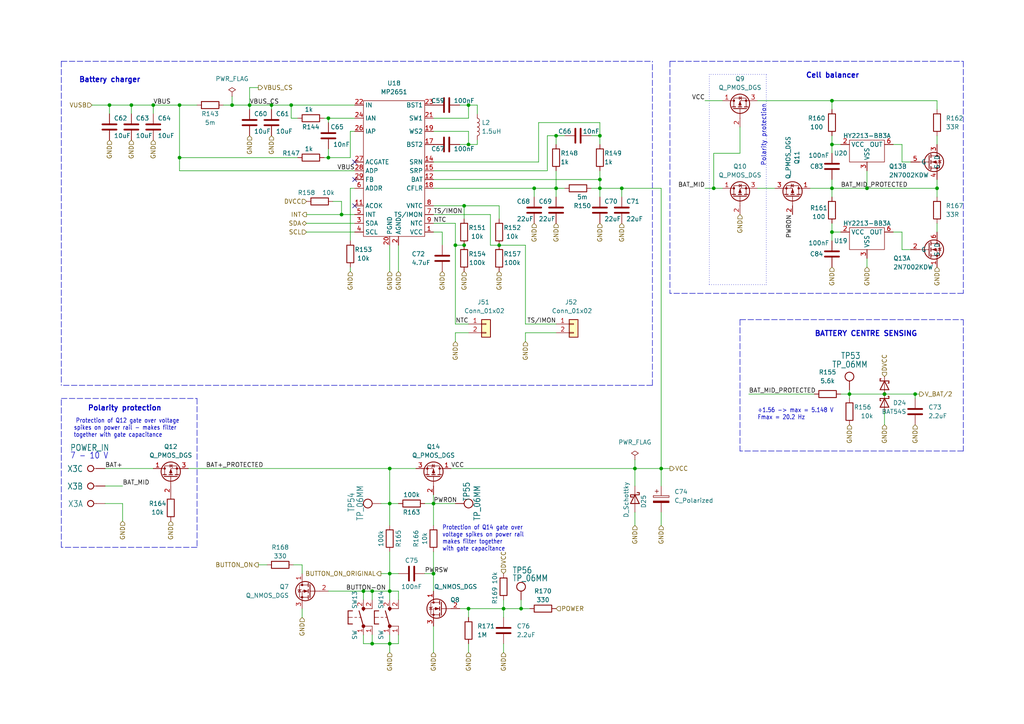
<source format=kicad_sch>
(kicad_sch (version 20211123) (generator eeschema)
  (paper "A4")
  (lib_symbols
    (symbol "Connector_Generic:Conn_01x02" (pin_names (offset 1.016) hide)
      (property "Reference" "J" (at 0 2.54 0))
      (property "Value" "Conn_01x02" (at 0 -5.08 0))
      (symbol "Conn_01x02_1_1"
        (pin passive line (at -5.08 0 0) (length 3.81) (name "Pin_1") (number "1"))
        (pin passive line (at -5.08 -2.54 0) (length 3.81) (name "Pin_2") (number "2"))
      )
    )
    (symbol "Device:C" (pin_numbers hide) (pin_names (offset 0.254))
      (property "Reference" "C" (at 0.635 2.54 0))
      (property "Value" "C" (at 0.635 -2.54 0))
      (symbol "C_1_1"
        (pin passive line (at 0 3.81 270) (length 2.794) (name "~") (number "1"))
        (pin passive line (at 0 -3.81 90) (length 2.794) (name "~") (number "2"))
      )
    )
    (symbol "Device:C_Polarized" (pin_numbers hide) (pin_names (offset 0.254))
      (property "Reference" "C" (at 0.635 2.54 0))
      (property "Value" "C_Polarized" (at 0.635 -2.54 0))
      (symbol "C_Polarized_1_1"
        (pin passive line (at 0 3.81 270) (length 2.794) (name "~") (number "1"))
        (pin passive line (at 0 -3.81 90) (length 2.794) (name "~") (number "2"))
      )
    )
    (symbol "Device:D_Schottky" (pin_numbers hide) (pin_names (offset 1.016) hide)
      (property "Reference" "D" (at 0 2.54 0))
      (property "Value" "D_Schottky" (at 0 -2.54 0))
      (symbol "D_Schottky_1_1"
        (pin passive line (at -3.81 0 0) (length 2.54) (name "K") (number "1"))
        (pin passive line (at 3.81 0 180) (length 2.54) (name "A") (number "2"))
      )
    )
    (symbol "Device:L" (pin_numbers hide) (pin_names (offset 1.016) hide)
      (property "Reference" "L" (at -1.27 0 90))
      (property "Value" "L" (at 1.905 0 90))
      (symbol "L_1_1"
        (pin passive line (at 0 3.81 270) (length 1.27) (name "1") (number "1"))
        (pin passive line (at 0 -3.81 90) (length 1.27) (name "2") (number "2"))
      )
    )
    (symbol "Device:Q_NMOS_DGS" (pin_names (offset 0) hide)
      (property "Reference" "Q" (at 5.08 1.27 0))
      (property "Value" "Q_NMOS_DGS" (at 5.08 -1.27 0))
      (symbol "Q_NMOS_DGS_1_1"
        (pin passive line (at 2.54 5.08 270) (length 2.54) (name "D") (number "1"))
        (pin input line (at -5.08 0 0) (length 2.54) (name "G") (number "2"))
        (pin passive line (at 2.54 -5.08 90) (length 2.54) (name "S") (number "3"))
      )
    )
    (symbol "Device:Q_PMOS_DGS" (pin_names (offset 0) hide)
      (property "Reference" "Q" (at 5.08 1.27 0))
      (property "Value" "Q_PMOS_DGS" (at 5.08 -1.27 0))
      (symbol "Q_PMOS_DGS_1_1"
        (pin passive line (at 2.54 5.08 270) (length 2.54) (name "D") (number "1"))
        (pin input line (at -5.08 0 0) (length 2.54) (name "G") (number "2"))
        (pin passive line (at 2.54 -5.08 90) (length 2.54) (name "S") (number "3"))
      )
    )
    (symbol "Device:R" (pin_numbers hide) (pin_names (offset 0))
      (property "Reference" "R" (at 2.032 0 90))
      (property "Value" "R" (at 0 0 90))
      (symbol "R_1_1"
        (pin passive line (at 0 3.81 270) (length 1.27) (name "~") (number "1"))
        (pin passive line (at 0 -3.81 90) (length 1.27) (name "~") (number "2"))
      )
    )
    (symbol "RBCX-eagle-import:TP_06MM"
      (property "Reference" "TP" (at -2.54 7.62 0))
      (property "Value" "TP_06MM" (at -2.54 5.334 0))
      (symbol "TP_06MM_1_0"
        (pin passive line (at 0 0 90) (length 2.54) (name "TP") (number "P$1"))
      )
    )
    (symbol "RBCX-eagle-import:W237-03P"
      (property "Reference" "X" (at -1.27 0.889 0))
      (property "Value" "W237-03P" (at 0 2.54 0))
      (symbol "W237-03P_1_0"
        (pin passive line (at 5.08 0 180) (length 2.54) (name "KL") (number "1"))
      )
      (symbol "W237-03P_2_0"
        (pin passive line (at 5.08 0 180) (length 2.54) (name "KL") (number "2"))
      )
      (symbol "W237-03P_3_0"
        (pin passive line (at 5.08 0 180) (length 2.54) (name "KL") (number "3"))
      )
    )
    (symbol "RBCX:2N7002KDW"
      (property "Reference" "Q" (at 0 6.35 0))
      (property "Value" "2N7002KDW" (at -0.254 3.81 0))
      (symbol "2N7002KDW_1_1"
        (pin passive line (at -5.08 0 0) (length 2.54) (name "S") (number "1"))
        (pin input line (at 0 -7.62 90) (length 2.54) (name "G") (number "2"))
        (pin passive line (at 5.08 0 180) (length 2.54) (name "D") (number "6"))
      )
      (symbol "2N7002KDW_2_1"
        (pin passive line (at 5.08 0 180) (length 2.54) (name "D") (number "3"))
        (pin passive line (at -5.08 0 0) (length 2.54) (name "S") (number "4"))
        (pin input line (at 0 -7.62 90) (length 2.54) (name "G") (number "5"))
      )
    )
    (symbol "RBCX:BAT54S"
      (property "Reference" "D" (at 0 5.08 0))
      (property "Value" "BAT54S" (at 0 2.54 0))
      (symbol "BAT54S_1_0"
        (pin passive line (at 5.08 0 180) (length 0) (name "A1") (number "1"))
        (pin passive line (at -5.08 0 0) (length 0) (name "A2") (number "2"))
        (pin passive line (at 0 0 90) (length 0) (name "C") (number "3"))
      )
    )
    (symbol "RBCX:HY2213-BB3A"
      (property "Reference" "U" (at 0 5.08 0))
      (property "Value" "HY2213-BB3A" (at 0 2.54 0))
      (symbol "HY2213-BB3A_1_1"
        (pin input line (at -7.62 0 0) (length 2.54) (name "VCC") (number "2"))
        (pin input line (at 0 -7.62 90) (length 2.54) (name "VSS") (number "3"))
        (pin output line (at 7.62 0 180) (length 2.54) (name "OUT") (number "6"))
      )
    )
    (symbol "RBCX:MP2651"
      (property "Reference" "U18" (at 0 6.35 0))
      (property "Value" "MP2651" (at 0 3.81 0))
      (symbol "MP2651_1_1"
        (pin power_out line (at 11.43 -36.83 180) (length 2.54) (name "VCC") (number "1"))
        (pin input line (at 11.43 -34.29 180) (length 2.54) hide (name "NTC") (number "10"))
        (pin bidirectional line (at -11.43 -29.21 0) (length 2.54) (name "ACOK") (number "11"))
        (pin input line (at 11.43 -21.59 180) (length 2.54) (name "BAT") (number "12"))
        (pin input line (at 11.43 -16.51 180) (length 2.54) (name "SRN") (number "14"))
        (pin input line (at 11.43 -19.05 180) (length 2.54) (name "SRP") (number "15"))
        (pin input line (at 11.43 -19.05 180) (length 2.54) hide (name "SRP") (number "16"))
        (pin input line (at 11.43 -11.43 180) (length 2.54) (name "BST2") (number "17"))
        (pin power_out line (at 11.43 -24.13 180) (length 2.54) (name "CFLR") (number "18"))
        (pin bidirectional line (at 11.43 -7.62 180) (length 2.54) (name "WS2") (number "19"))
        (pin power_in line (at 1.27 -40.64 90) (length 2.54) (name "AGND") (number "2"))
        (pin power_in line (at -1.27 -40.64 90) (length 2.54) (name "PGND") (number "20"))
        (pin bidirectional line (at 11.43 -3.81 180) (length 2.54) (name "SW1") (number "21"))
        (pin power_in line (at -11.43 0 0) (length 2.54) (name "IN") (number "22"))
        (pin input line (at 11.43 0 180) (length 2.54) (name "BST1") (number "23"))
        (pin input line (at -11.43 -3.81 0) (length 2.54) (name "IAN") (number "24"))
        (pin input line (at -11.43 -3.81 0) (length 2.54) hide (name "IAN") (number "25"))
        (pin input line (at -11.43 -7.62 0) (length 2.54) (name "IAP") (number "26"))
        (pin output line (at -11.43 -16.51 0) (length 2.54) (name "ACGATE") (number "27"))
        (pin input line (at -11.43 -19.05 0) (length 2.54) (name "ADP") (number "28"))
        (pin input line (at -11.43 -21.59 0) (length 2.54) (name "FB") (number "29"))
        (pin bidirectional line (at -11.43 -34.29 0) (length 2.54) (name "SDA") (number "3"))
        (pin passive line (at 11.43 -36.83 180) (length 2.54) hide (name "VCC") (number "30"))
        (pin input line (at -11.43 -36.83 0) (length 2.54) (name "SCL") (number "4"))
        (pin output line (at -11.43 -31.75 0) (length 2.54) (name "INT") (number "5"))
        (pin input line (at -11.43 -24.13 0) (length 2.54) (name "ADDR") (number "6"))
        (pin input line (at 11.43 -31.75 180) (length 2.54) (name "TS/IMON") (number "7"))
        (pin input line (at 11.43 -29.21 180) (length 2.54) (name "VNTC") (number "8"))
        (pin input line (at 11.43 -34.29 180) (length 2.54) (name "NTC") (number "9"))
      )
    )
    (symbol "RBCX:SW"
      (property "Reference" "SW" (at 0 8.89 0))
      (property "Value" "SW" (at 0 6.35 0))
      (symbol "SW_1_0"
        (pin passive line (at 0 -5.08 90) (length 2.54) (name "P") (number "1"))
        (pin passive line (at 2.54 -5.08 90) (length 2.54) (name "P1") (number "1"))
        (pin passive line (at 0 5.08 270) (length 2.54) (name "S") (number "2"))
        (pin passive line (at 2.54 5.08 270) (length 2.54) (name "S1") (number "2"))
      )
    )
    (symbol "power:PWR_FLAG" (power) (pin_numbers hide) (pin_names (offset 0) hide)
      (property "Value" "PWR_FLAG" (at 0 3.81 0))
      (symbol "PWR_FLAG_0_0"
        (pin power_out line (at 0 0 90) (length 0) (name "pwr") (number "1"))
      )
    )
  )
  (junction (at 173.99 39.37))
  (junction (at 161.29 39.37))
  (junction (at 52.07 45.72))
  (junction (at 173.99 52.07))
  (junction (at 107.95 186.69))
  (junction (at 180.34 54.61))
  (junction (at 241.3 41.91))
  (junction (at 107.95 171.45))
  (junction (at 125.73 146.05))
  (junction (at 113.03 186.69))
  (junction (at 173.99 54.61))
  (junction (at 72.39 30.48))
  (junction (at 144.78 71.12))
  (junction (at 113.03 171.45))
  (junction (at 84.455 30.48))
  (junction (at 95.25 34.29))
  (junction (at 135.89 176.53))
  (junction (at 99.06 62.23))
  (junction (at 38.1 30.48))
  (junction (at 207.01 54.61))
  (junction (at 135.89 41.91))
  (junction (at 31.75 30.48))
  (junction (at 125.73 166.37))
  (junction (at 265.43 114.3))
  (junction (at 113.03 135.89))
  (junction (at 256.54 114.3))
  (junction (at 146.05 176.53))
  (junction (at 135.89 30.48))
  (junction (at 134.62 59.69))
  (junction (at 67.31 30.48))
  (junction (at 95.25 45.72))
  (junction (at 246.38 114.3))
  (junction (at 134.62 71.12))
  (junction (at 271.78 54.61))
  (junction (at 78.74 30.48))
  (junction (at 151.13 176.53))
  (junction (at 113.03 166.37))
  (junction (at 105.41 171.45))
  (junction (at 132.08 71.12))
  (junction (at 241.3 54.61))
  (junction (at 161.29 54.61))
  (junction (at 241.3 29.21))
  (junction (at 113.03 146.05))
  (junction (at 52.07 30.48))
  (junction (at 241.3 67.31))
  (junction (at 44.45 30.48))
  (junction (at 184.15 135.89))
  (junction (at 251.46 54.61))
  (junction (at 191.77 135.89))
  (junction (at 154.94 54.61))
  (no_connect (at 102.87 52.07))
  (no_connect (at 102.87 46.99))
  (no_connect (at 102.87 59.69))
  (wire (pts (xy 113.03 171.45) (xy 113.03 173.99)))
  (wire (pts (xy 158.75 39.37) (xy 158.75 49.53)))
  (wire (pts (xy 52.07 45.72) (xy 52.07 49.53)))
  (wire (pts (xy 123.19 166.37) (xy 125.73 166.37)))
  (wire (pts (xy 184.15 148.59) (xy 184.15 152.4)))
  (wire (pts (xy 241.3 29.21) (xy 241.3 31.75)))
  (wire (pts (xy 261.62 46.99) (xy 261.62 41.91)))
  (wire (pts (xy 146.05 173.99) (xy 146.05 176.53)))
  (wire (pts (xy 78.74 30.48) (xy 84.455 30.48)))
  (wire (pts (xy 95.25 35.56) (xy 95.25 34.29)))
  (wire (pts (xy 173.99 54.61) (xy 180.34 54.61)))
  (wire (pts (xy 88.9 62.23) (xy 99.06 62.23)))
  (wire (pts (xy 107.95 186.69) (xy 113.03 186.69)))
  (wire (pts (xy 87.63 179.07) (xy 87.63 176.53)))
  (wire (pts (xy 241.3 52.07) (xy 241.3 54.61)))
  (wire (pts (xy 101.6 45.72) (xy 101.6 38.1)))
  (wire (pts (xy 173.99 41.91) (xy 173.99 39.37)))
  (wire (pts (xy 135.89 41.91) (xy 138.43 41.91)))
  (wire (pts (xy 171.45 54.61) (xy 173.99 54.61)))
  (wire (pts (xy 152.4 71.12) (xy 144.78 71.12)))
  (wire (pts (xy 184.15 135.89) (xy 191.77 135.89)))
  (wire (pts (xy 38.1 30.48) (xy 44.45 30.48)))
  (wire (pts (xy 146.05 186.69) (xy 146.05 189.23)))
  (wire (pts (xy 241.3 29.21) (xy 271.78 29.21)))
  (wire (pts (xy 153.67 176.53) (xy 151.13 176.53)))
  (wire (pts (xy 191.77 135.89) (xy 194.31 135.89)))
  (wire (pts (xy 219.71 29.21) (xy 241.3 29.21)))
  (wire (pts (xy 107.95 171.45) (xy 113.03 171.45)))
  (wire (pts (xy 217.17 114.3) (xy 236.22 114.3)))
  (wire (pts (xy 154.94 54.61) (xy 154.94 57.15)))
  (wire (pts (xy 173.99 39.37) (xy 173.99 35.56)))
  (wire (pts (xy 152.4 99.06) (xy 152.4 96.52)))
  (wire (pts (xy 93.98 45.72) (xy 95.25 45.72)))
  (wire (pts (xy 31.75 30.48) (xy 38.1 30.48)))
  (wire (pts (xy 184.15 133.35) (xy 184.15 135.89)))
  (wire (pts (xy 67.31 30.48) (xy 72.39 30.48)))
  (polyline (pts (xy 222.25 21.59) (xy 205.74 21.59)) (stroke (width 0) (type dot)))
  (wire (pts (xy 241.3 67.31) (xy 241.3 69.85)))
  (wire (pts (xy 152.4 96.52) (xy 161.29 96.52)))
  (wire (pts (xy 30.48 135.89) (xy 44.45 135.89)))
  (wire (pts (xy 135.89 30.48) (xy 133.35 30.48)))
  (wire (pts (xy 99.06 62.23) (xy 99.06 58.42)))
  (wire (pts (xy 246.38 114.3) (xy 243.84 114.3)))
  (wire (pts (xy 101.6 77.47) (xy 101.6 78.74)))
  (wire (pts (xy 125.73 34.29) (xy 135.89 34.29)))
  (wire (pts (xy 26.67 30.48) (xy 31.75 30.48)))
  (polyline (pts (xy 279.4 130.81) (xy 214.63 130.81)))
  (wire (pts (xy 93.98 34.29) (xy 95.25 34.29)))
  (wire (pts (xy 135.89 93.98) (xy 132.08 93.98)))
  (wire (pts (xy 31.75 30.48) (xy 31.75 33.02)))
  (wire (pts (xy 173.99 39.37) (xy 171.45 39.37)))
  (wire (pts (xy 113.03 189.23) (xy 113.03 186.69)))
  (wire (pts (xy 74.93 163.83) (xy 77.47 163.83)))
  (wire (pts (xy 161.29 39.37) (xy 161.29 41.91)))
  (wire (pts (xy 152.4 93.98) (xy 152.4 71.12)))
  (wire (pts (xy 184.15 140.97) (xy 184.15 135.89)))
  (wire (pts (xy 88.9 64.77) (xy 102.87 64.77)))
  (wire (pts (xy 251.46 77.47) (xy 251.46 74.93)))
  (wire (pts (xy 101.6 38.1) (xy 102.87 38.1)))
  (polyline (pts (xy 279.4 92.71) (xy 279.4 130.81)))
  (wire (pts (xy 115.57 78.74) (xy 115.57 71.12)))
  (wire (pts (xy 173.99 35.56) (xy 156.21 35.56)))
  (wire (pts (xy 241.3 41.91) (xy 243.84 41.91)))
  (wire (pts (xy 224.79 54.61) (xy 219.71 54.61)))
  (wire (pts (xy 113.03 184.15) (xy 113.03 186.69)))
  (wire (pts (xy 243.84 67.31) (xy 241.3 67.31)))
  (wire (pts (xy 251.46 54.61) (xy 251.46 49.53)))
  (polyline (pts (xy 205.74 21.59) (xy 205.74 82.55)) (stroke (width 0) (type dot)))
  (wire (pts (xy 133.35 176.53) (xy 135.89 176.53)))
  (wire (pts (xy 101.6 54.61) (xy 102.87 54.61)))
  (wire (pts (xy 173.99 52.07) (xy 173.99 54.61)))
  (wire (pts (xy 113.03 160.02) (xy 113.03 166.37)))
  (wire (pts (xy 78.74 30.48) (xy 78.74 31.75)))
  (polyline (pts (xy 214.63 92.71) (xy 279.4 92.71)))
  (wire (pts (xy 72.39 30.48) (xy 78.74 30.48)))
  (wire (pts (xy 173.99 54.61) (xy 173.99 57.15)))
  (wire (pts (xy 128.27 67.31) (xy 125.73 67.31)))
  (wire (pts (xy 154.94 54.61) (xy 161.29 54.61)))
  (wire (pts (xy 125.73 166.37) (xy 125.73 171.45)))
  (wire (pts (xy 105.41 171.45) (xy 105.41 173.99)))
  (polyline (pts (xy 17.78 17.78) (xy 189.23 17.78)))
  (wire (pts (xy 261.62 46.99) (xy 264.16 46.99)))
  (wire (pts (xy 115.57 184.15) (xy 115.57 186.69)))
  (wire (pts (xy 161.29 49.53) (xy 161.29 54.61)))
  (wire (pts (xy 161.29 93.98) (xy 152.4 93.98)))
  (wire (pts (xy 156.21 46.99) (xy 156.21 35.56)))
  (wire (pts (xy 87.63 166.37) (xy 87.63 163.83)))
  (wire (pts (xy 35.56 146.05) (xy 35.56 151.13)))
  (wire (pts (xy 144.78 59.69) (xy 144.78 63.5)))
  (wire (pts (xy 191.77 54.61) (xy 191.77 135.89)))
  (wire (pts (xy 214.63 44.45) (xy 207.01 44.45)))
  (wire (pts (xy 191.77 140.97) (xy 191.77 135.89)))
  (wire (pts (xy 134.62 71.12) (xy 132.08 71.12)))
  (wire (pts (xy 256.54 114.3) (xy 265.43 114.3)))
  (polyline (pts (xy 279.4 17.78) (xy 279.4 85.09)))
  (polyline (pts (xy 222.25 82.55) (xy 222.25 21.59)) (stroke (width 0) (type dot)))
  (wire (pts (xy 125.73 64.77) (xy 132.08 64.77)))
  (wire (pts (xy 125.73 62.23) (xy 142.24 62.23)))
  (wire (pts (xy 44.45 30.48) (xy 52.07 30.48)))
  (wire (pts (xy 204.47 29.21) (xy 209.55 29.21)))
  (wire (pts (xy 265.43 114.3) (xy 265.43 115.57)))
  (wire (pts (xy 161.29 39.37) (xy 158.75 39.37)))
  (wire (pts (xy 163.83 39.37) (xy 161.29 39.37)))
  (polyline (pts (xy 17.78 17.78) (xy 17.78 111.76)))
  (wire (pts (xy 72.39 25.4) (xy 74.93 25.4)))
  (wire (pts (xy 115.57 186.69) (xy 113.03 186.69)))
  (wire (pts (xy 180.34 54.61) (xy 180.34 57.15)))
  (wire (pts (xy 113.03 135.89) (xy 120.65 135.89)))
  (wire (pts (xy 52.07 30.48) (xy 52.07 45.72)))
  (wire (pts (xy 241.3 41.91) (xy 241.3 44.45)))
  (wire (pts (xy 144.78 71.12) (xy 142.24 71.12)))
  (wire (pts (xy 207.01 54.61) (xy 209.55 54.61)))
  (wire (pts (xy 271.78 54.61) (xy 271.78 57.15)))
  (wire (pts (xy 54.61 135.89) (xy 113.03 135.89)))
  (wire (pts (xy 84.455 30.48) (xy 102.87 30.48)))
  (polyline (pts (xy 279.4 85.09) (xy 194.31 85.09)))
  (wire (pts (xy 271.78 64.77) (xy 271.78 67.31)))
  (wire (pts (xy 259.08 67.31) (xy 261.62 67.31)))
  (wire (pts (xy 107.95 171.45) (xy 107.95 173.99)))
  (wire (pts (xy 256.54 119.38) (xy 256.54 123.19)))
  (wire (pts (xy 146.05 176.53) (xy 146.05 179.07)))
  (wire (pts (xy 135.89 176.53) (xy 146.05 176.53)))
  (wire (pts (xy 125.73 59.69) (xy 134.62 59.69)))
  (wire (pts (xy 135.89 179.07) (xy 135.89 176.53)))
  (wire (pts (xy 38.1 30.48) (xy 38.1 33.02)))
  (wire (pts (xy 271.78 54.61) (xy 251.46 54.61)))
  (wire (pts (xy 234.95 54.61) (xy 241.3 54.61)))
  (wire (pts (xy 86.36 34.29) (xy 84.455 34.29)))
  (wire (pts (xy 125.73 189.23) (xy 125.73 181.61)))
  (wire (pts (xy 271.78 29.21) (xy 271.78 31.75)))
  (wire (pts (xy 125.73 160.02) (xy 125.73 166.37)))
  (wire (pts (xy 102.87 34.29) (xy 95.25 34.29)))
  (wire (pts (xy 246.38 114.3) (xy 246.38 115.57)))
  (wire (pts (xy 241.3 54.61) (xy 251.46 54.61)))
  (wire (pts (xy 64.77 30.48) (xy 67.31 30.48)))
  (wire (pts (xy 95.25 45.72) (xy 101.6 45.72)))
  (wire (pts (xy 241.3 39.37) (xy 241.3 41.91)))
  (wire (pts (xy 123.19 146.05) (xy 125.73 146.05)))
  (wire (pts (xy 132.08 146.05) (xy 125.73 146.05)))
  (wire (pts (xy 88.9 67.31) (xy 102.87 67.31)))
  (wire (pts (xy 125.73 46.99) (xy 156.21 46.99)))
  (wire (pts (xy 138.43 33.02) (xy 138.43 30.48)))
  (wire (pts (xy 113.03 146.05) (xy 113.03 152.4)))
  (wire (pts (xy 44.45 30.48) (xy 44.45 33.02)))
  (wire (pts (xy 132.08 99.06) (xy 132.08 96.52)))
  (wire (pts (xy 191.77 148.59) (xy 191.77 152.4)))
  (wire (pts (xy 67.31 27.94) (xy 67.31 30.48)))
  (wire (pts (xy 241.3 57.15) (xy 241.3 54.61)))
  (wire (pts (xy 105.41 184.15) (xy 105.41 186.69)))
  (wire (pts (xy 30.48 146.05) (xy 35.56 146.05)))
  (wire (pts (xy 132.08 71.12) (xy 132.08 64.77)))
  (wire (pts (xy 72.39 30.48) (xy 72.39 25.4)))
  (wire (pts (xy 52.07 45.72) (xy 86.36 45.72)))
  (wire (pts (xy 161.29 54.61) (xy 161.29 57.15)))
  (wire (pts (xy 132.08 96.52) (xy 135.89 96.52)))
  (wire (pts (xy 246.38 113.03) (xy 246.38 114.3)))
  (wire (pts (xy 107.95 184.15) (xy 107.95 186.69)))
  (wire (pts (xy 113.03 166.37) (xy 113.03 171.45)))
  (wire (pts (xy 173.99 49.53) (xy 173.99 52.07)))
  (wire (pts (xy 135.89 41.91) (xy 135.89 38.1)))
  (polyline (pts (xy 194.31 17.78) (xy 279.4 17.78)))
  (polyline (pts (xy 205.74 82.55) (xy 222.25 82.55)) (stroke (width 0) (type dot)))
  (wire (pts (xy 87.63 163.83) (xy 85.09 163.83)))
  (polyline (pts (xy 214.63 92.71) (xy 214.63 130.81)))
  (polyline (pts (xy 17.78 158.75) (xy 17.78 115.57)))
  (wire (pts (xy 261.62 67.31) (xy 261.62 72.39)))
  (wire (pts (xy 52.07 49.53) (xy 102.87 49.53)))
  (wire (pts (xy 135.89 34.29) (xy 135.89 30.48)))
  (wire (pts (xy 207.01 44.45) (xy 207.01 54.61)))
  (wire (pts (xy 113.03 146.05) (xy 113.03 135.89)))
  (wire (pts (xy 95.25 45.72) (xy 95.25 43.18)))
  (polyline (pts (xy 189.23 111.76) (xy 17.78 111.76)))
  (wire (pts (xy 115.57 166.37) (xy 113.03 166.37)))
  (wire (pts (xy 161.29 54.61) (xy 163.83 54.61)))
  (wire (pts (xy 99.06 58.42) (xy 96.52 58.42)))
  (wire (pts (xy 95.25 171.45) (xy 105.41 171.45)))
  (wire (pts (xy 135.89 186.69) (xy 135.89 189.23)))
  (polyline (pts (xy 57.15 115.57) (xy 57.15 158.75)))
  (wire (pts (xy 265.43 114.3) (xy 266.7 114.3)))
  (wire (pts (xy 52.07 30.48) (xy 57.15 30.48)))
  (wire (pts (xy 146.05 176.53) (xy 151.13 176.53)))
  (wire (pts (xy 142.24 71.12) (xy 142.24 62.23)))
  (polyline (pts (xy 194.31 17.78) (xy 194.31 85.09)))
  (wire (pts (xy 151.13 173.99) (xy 151.13 176.53)))
  (wire (pts (xy 125.73 143.51) (xy 125.73 146.05)))
  (wire (pts (xy 105.41 186.69) (xy 107.95 186.69)))
  (wire (pts (xy 130.81 135.89) (xy 184.15 135.89)))
  (wire (pts (xy 241.3 67.31) (xy 241.3 64.77)))
  (polyline (pts (xy 17.78 115.57) (xy 57.15 115.57)))
  (wire (pts (xy 99.06 62.23) (xy 102.87 62.23)))
  (wire (pts (xy 138.43 41.91) (xy 138.43 40.64)))
  (wire (pts (xy 128.27 71.12) (xy 128.27 67.31)))
  (wire (pts (xy 115.57 171.45) (xy 113.03 171.45)))
  (wire (pts (xy 125.73 49.53) (xy 158.75 49.53)))
  (wire (pts (xy 214.63 36.83) (xy 214.63 44.45)))
  (wire (pts (xy 101.6 54.61) (xy 101.6 69.85)))
  (wire (pts (xy 261.62 41.91) (xy 259.08 41.91)))
  (wire (pts (xy 115.57 173.99) (xy 115.57 171.45)))
  (wire (pts (xy 113.03 78.74) (xy 113.03 71.12)))
  (wire (pts (xy 135.89 38.1) (xy 125.73 38.1)))
  (wire (pts (xy 84.455 34.29) (xy 84.455 30.48)))
  (wire (pts (xy 113.03 146.05) (xy 115.57 146.05)))
  (wire (pts (xy 134.62 59.69) (xy 144.78 59.69)))
  (wire (pts (xy 180.34 54.61) (xy 191.77 54.61)))
  (wire (pts (xy 271.78 52.07) (xy 271.78 54.61)))
  (wire (pts (xy 271.78 39.37) (xy 271.78 41.91)))
  (wire (pts (xy 204.47 54.61) (xy 207.01 54.61)))
  (polyline (pts (xy 57.15 158.75) (xy 17.78 158.75)))
  (wire (pts (xy 134.62 59.69) (xy 134.62 63.5)))
  (wire (pts (xy 132.08 93.98) (xy 132.08 71.12)))
  (wire (pts (xy 133.35 41.91) (xy 135.89 41.91)))
  (wire (pts (xy 30.48 140.97) (xy 35.56 140.97)))
  (wire (pts (xy 110.49 146.05) (xy 113.03 146.05)))
  (wire (pts (xy 125.73 146.05) (xy 125.73 152.4)))
  (wire (pts (xy 72.39 30.48) (xy 72.39 31.75)))
  (wire (pts (xy 125.73 54.61) (xy 154.94 54.61)))
  (wire (pts (xy 261.62 72.39) (xy 264.16 72.39)))
  (wire (pts (xy 110.49 166.37) (xy 113.03 166.37)))
  (wire (pts (xy 107.95 171.45) (xy 105.41 171.45)))
  (polyline (pts (xy 189.23 111.76) (xy 189.23 17.78)))
  (wire (pts (xy 256.54 114.3) (xy 246.38 114.3)))
  (wire (pts (xy 125.73 52.07) (xy 173.99 52.07)))
  (wire (pts (xy 138.43 30.48) (xy 135.89 30.48)))
  (text "Polarity protection" (at 25.4 119.38 0) (effects (font (size 1.5 1.5) (thickness 0.3) bold) (justify left bottom)))
  (text "Protection of Q12 gate over voltage\nspikes on power rail - makes filter \ntogether with gate capacitance      " (at 52.07 127 180) (effects (font (size 1.27 1.0795)) (justify right bottom)))
  (text "÷1.56 -> max = 5.148 V\nFmax = 20.2 Hz" (at 219.71 121.92 180) (effects (font (size 1.27 1.0795)) (justify left bottom)))
  (text "Protection of Q14 gate over \nvoltage spikes on power rail\nmakes filter together \nwith gate capacitance" (at 128.27 160.02 180) (effects (font (size 1.27 1.0795)) (justify left bottom)))
  (text "Cell balancer" (at 233.68 22.86 0) (effects (font (size 1.5 1.5) (thickness 0.3) bold) (justify left bottom)))
  (text "BATTERY CENTRE SENSING" (at 236.22 97.79 0) (effects (font (size 1.5 1.5) (thickness 0.3) bold) (justify left bottom)))
  (text "Battery charger" (at 22.86 24.13 0) (effects (font (size 1.5 1.5) (thickness 0.3) bold) (justify left bottom)))
  (text "7 - 10 V" (at 20.32 133.35 180) (effects (font (size 1.778 1.5113)) (justify left bottom)))
  (text "Polarity protection" (at 222.25 48.26 90) (effects (font (size 1.27 1.27)) (justify left bottom)))
  (label "NTC" (at 125.73 64.77 0))
  (label "BAT_MID_PROTECTED" (at 243.84 54.61 0))
  (label "VCC" (at 130.81 135.89 0))
  (label "BAT_MID_PROTECTED" (at 217.17 114.3 0))
  (label "PWRSW" (at 123.19 166.37 0))
  (label "BAT+" (at 30.48 135.89 0))
  (label "VBUS" (at 44.45 30.48 0))
  (label "PWRON" (at 229.87 62.23 270))
  (label "VBUS" (at 97.79 49.53 0))
  (label "BAT_MID" (at 35.56 140.97 0))
  (label "VCC" (at 204.47 29.21 180))
  (label "TS{slash}IMON" (at 125.73 62.23 0))
  (label "BUTTON-ON" (at 100.33 171.45 0))
  (label "BAT_MID" (at 204.47 54.61 180))
  (label "TS{slash}IMON" (at 161.29 93.98 180))
  (label "VBUS_CS" (at 72.39 30.48 0))
  (label "BAT+_PROTECTED" (at 59.69 135.89 0))
  (label "NTC" (at 135.89 93.98 180))
  (label "PWRON" (at 125.73 146.05 0))
  (hierarchical_label "GND" (shape input) (at 115.57 78.74 270))
  (hierarchical_label "INT" (shape output) (at 88.9 62.23 180))
  (hierarchical_label "DVCC" (shape input) (at 88.9 58.42 180))
  (hierarchical_label "GND" (shape input) (at 180.34 64.77 270))
  (hierarchical_label "GND" (shape input) (at 113.03 189.23 270))
  (hierarchical_label "GND" (shape input) (at 78.74 39.37 270))
  (hierarchical_label "GND" (shape input) (at 154.94 64.77 270))
  (hierarchical_label "GND" (shape input) (at 191.77 152.4 270))
  (hierarchical_label "GND" (shape input) (at 113.03 78.74 270))
  (hierarchical_label "GND" (shape input) (at 101.6 78.74 270))
  (hierarchical_label "SDA" (shape bidirectional) (at 88.9 64.77 180))
  (hierarchical_label "GND" (shape input) (at 125.73 189.23 270))
  (hierarchical_label "GND" (shape input) (at 38.1 40.64 270))
  (hierarchical_label "SCL" (shape input) (at 88.9 67.31 180))
  (hierarchical_label "GND" (shape input) (at 144.78 78.74 270))
  (hierarchical_label "GND" (shape input) (at 128.27 78.74 270))
  (hierarchical_label "GND" (shape input) (at 251.46 77.47 270))
  (hierarchical_label "GND" (shape input) (at 31.75 40.64 270))
  (hierarchical_label "POWER" (shape input) (at 161.29 176.53 0))
  (hierarchical_label "VBUS_CS" (shape output) (at 74.93 25.4 0))
  (hierarchical_label "GND" (shape input) (at 72.39 39.37 270))
  (hierarchical_label "BUTTON_ON_ORIGINAL" (shape output) (at 110.49 166.37 180))
  (hierarchical_label "GND" (shape input) (at 271.78 77.47 270))
  (hierarchical_label "GND" (shape input) (at 241.3 77.47 270))
  (hierarchical_label "GND" (shape input) (at 146.05 189.23 270))
  (hierarchical_label "VCC" (shape output) (at 194.31 135.89 0))
  (hierarchical_label "GND" (shape input) (at 44.45 40.64 270))
  (hierarchical_label "GND" (shape input) (at 173.99 64.77 270))
  (hierarchical_label "GND" (shape input) (at 132.08 99.06 270))
  (hierarchical_label "V_BAT{slash}2" (shape output) (at 266.7 114.3 0))
  (hierarchical_label "GND" (shape input) (at 214.63 62.23 270))
  (hierarchical_label "GND" (shape input) (at 265.43 123.19 270))
  (hierarchical_label "VUSB" (shape input) (at 26.67 30.48 180))
  (hierarchical_label "GND" (shape input) (at 134.62 78.74 270))
  (hierarchical_label "GND" (shape input) (at 87.63 179.07 270))
  (hierarchical_label "DVCC" (shape input) (at 256.54 109.22 90))
  (hierarchical_label "BUTTON_ON" (shape output) (at 74.93 163.83 180))
  (hierarchical_label "DVCC" (shape input) (at 146.05 166.37 90))
  (hierarchical_label "GND" (shape input) (at 246.38 123.19 270))
  (hierarchical_label "GND" (shape input) (at 135.89 189.23 270))
  (hierarchical_label "GND" (shape input) (at 256.54 123.19 270))
  (hierarchical_label "GND" (shape input) (at 35.56 151.13 270))
  (hierarchical_label "GND" (shape input) (at 161.29 64.77 270))
  (hierarchical_label "GND" (shape input) (at 184.15 152.4 270))
  (hierarchical_label "GND" (shape input) (at 152.4 99.06 270))
  (hierarchical_label "GND" (shape input) (at 49.53 151.13 270))
  (symbol (lib_id "Device:R") (at 240.03 114.3 90) (unit 1)
    (property "Reference" "R155" (at 240.03 107.95 90))
    (property "Value" "5.6k" (at 240.03 110.49 90))
    (property "Footprint" "Resistor_SMD:R_0402_1005Metric" (effects hide))
    (property "LCSC" "C25908" (effects hide))
    (property "Basic/Extended" "B" (effects hide))
  )
  (symbol (lib_id "RBCX-eagle-import:W237-03P") (at 25.4 146.05 0) (unit 1)
    (property "Reference" "X3" (at 24.13 145.161 0) (effects (font (size 1.778 1.5113)) (justify right top)))
    (property "Value" "POWER_IN" (effects hide))
    (property "Footprint" "RBCX:W237-133" (effects hide))
    (property "JLCPCB_IGNORE" "1" (effects hide))
  )
  (symbol (lib_id "Device:C") (at 146.05 182.88 0) (unit 1)
    (property "Reference" "C76" (at 149.86 181.6099 0) (effects (justify left)))
    (property "Value" "2.2uF" (at 149.86 184.1499 0) (effects (justify left)))
    (property "Footprint" "Capacitor_SMD:C_0402_1005Metric" (effects hide))
    (property "LCSC" "C12530" (effects hide))
    (property "Basic/Extended" "B" (effects hide))
  )
  (symbol (lib_id "Device:R") (at 81.28 163.83 90) (unit 1)
    (property "Reference" "R168" (at 81.28 158.75 90))
    (property "Value" "330" (at 81.28 161.29 90))
    (property "Footprint" "Capacitor_SMD:C_0201_0603Metric" (effects hide))
    (property "LCSC" "C473445" (effects hide))
    (property "Basic/Extended" "E" (effects hide))
  )
  (symbol (lib_id "Device:C") (at 161.29 60.96 0) (unit 1)
    (property "Reference" "C69" (at 156.21 58.42 0) (effects (justify left)))
    (property "Value" "22uF" (at 156.21 63.5 0) (effects (justify left)))
    (property "Footprint" "Capacitor_SMD:C_0805_2012Metric" (effects hide))
    (property "LCSC" "C45783" (effects hide))
    (property "Basic/Extended" "B" (effects hide))
  )
  (symbol (lib_id "Connector_Generic:Conn_01x02") (at 140.97 93.98 0) (unit 1)
    (property "Reference" "J51" (at 138.43 87.63 0) (effects (justify left)))
    (property "Value" "Conn_01x02" (at 134.62 90.17 0) (effects (justify left)))
    (property "Footprint" "RBCX:PinHeader_1x02_P2.54mm_Vertical" (effects hide))
  )
  (symbol (lib_id "RBCX-eagle-import:TP_06MM") (at 246.38 113.03 0) (unit 1)
    (property "Reference" "TP53" (at 243.84 104.14 0) (effects (font (size 1.778 1.5113)) (justify left bottom)))
    (property "Value" "TP_06MM" (at 241.3 106.68 0) (effects (font (size 1.778 1.5113)) (justify left bottom)))
    (property "Footprint" "RBCX:TP_06MM" (effects hide))
    (property "JLCPCB_IGNORE" "1" (effects hide))
  )
  (symbol (lib_id "Device:C") (at 119.38 166.37 90) (unit 1)
    (property "Reference" "C75" (at 119.38 162.56 90))
    (property "Value" "100nF" (at 119.38 170.18 90))
    (property "Footprint" "Capacitor_SMD:C_0402_1005Metric" (effects hide))
    (property "LCSC" "C131394" (effects hide))
    (property "Basic/Extended" "E" (effects hide))
  )
  (symbol (lib_id "Device:C") (at 167.64 39.37 90) (unit 1)
    (property "Reference" "C66" (at 163.83 38.1 90))
    (property "Value" "10nF" (at 171.45 38.1 90))
    (property "Footprint" "Capacitor_SMD:C_0201_0603Metric" (effects hide))
    (property "LCSC" "C85930" (effects hide))
    (property "Basic/Extended" "E" (effects hide))
  )
  (symbol (lib_id "RBCX:MP2651") (at 114.3 30.48 0) (unit 1)
    (property "Reference" "U18" (at 114.3 24.13 0))
    (property "Value" "MP2651" (at 114.3 26.67 0))
    (property "Footprint" "RBCX:MP2651" (effects hide))
    (property "Datasheet" "https://www.monolithicpower.com/en/documentview/productdocument/index/version/2/document_type/Datasheet/lang/en/sku/MP2651GVT/document_id/9948/" (effects hide))
    (property "JLCPCB" "1589-MP2651GVT-0000-ZCT-ND" (effects hide))
  )
  (symbol (lib_id "Device:C") (at 265.43 119.38 0) (unit 1)
    (property "Reference" "C73" (at 269.24 118.1099 0) (effects (justify left)))
    (property "Value" "2.2uF" (at 269.24 120.6499 0) (effects (justify left)))
    (property "Footprint" "Capacitor_SMD:C_0402_1005Metric" (effects hide))
    (property "LCSC" "C12530" (effects hide))
    (property "Basic/Extended" "B" (effects hide))
  )
  (symbol (lib_id "Device:D_Schottky") (at 184.15 144.78 270) (unit 1)
    (property "Reference" "D25" (at 186.69 143.51 0) (effects (justify left)))
    (property "Value" "D_Schottky" (at 181.61 139.7 0) (effects (justify left)))
    (property "Footprint" "Diode_SMD:D_SOD-123F" (effects hide))
    (property "Datasheet" "https://datasheet.lcsc.com/lcsc/1810211104_Shandong-Jingdao-Microelectronics-DS24W_C108810.pdf" (effects hide))
    (property "LCSC" "C108810" (effects hide))
    (property "Basic/Extended" "E" (effects hide))
  )
  (symbol (lib_id "RBCX:2N7002KDW") (at 271.78 46.99 270) (mirror x) (unit 2)
    (property "Reference" "Q13" (at 257.81 48.26 90) (effects (justify left)))
    (property "Value" "2N7002KDW" (at 257.81 50.8 90) (effects (justify left)))
    (property "Footprint" "Package_TO_SOT_SMD:SOT-363_SC-70-6" (effects hide))
    (property "Datasheet" "https://datasheet.lcsc.com/lcsc/2111291830_CBI-2N7002KDW-72K_C2919800.pdf" (effects hide))
    (property "LCSC" "C2919800" (effects hide))
    (property "Basic/Extended" "E" (effects hide))
    (property "JLCPCB_CORRECTION" "0;0;-90" (effects hide))
  )
  (symbol (lib_id "RBCX:SW") (at 105.41 179.07 0) (unit 1)
    (property "Reference" "SW13" (at 102.87 173.99 90))
    (property "Value" "SW" (at 102.87 184.15 90))
    (property "Footprint" "RBCX:SW" (effects hide))
    (property "Datasheet" "https://datasheet.lcsc.com/lcsc/2002271431_XKB-Connectivity-TS-1187A-B-A-B_C318884.pdf" (effects hide))
    (property "LCSC" "C318884" (effects hide))
    (property "Basic/Extended" "B" (effects hide))
  )
  (symbol (lib_id "Device:R") (at 271.78 60.96 0) (unit 1)
    (property "Reference" "R167" (at 274.32 59.6899 0) (effects (justify left)))
    (property "Value" "33R" (at 274.32 62.2299 0) (effects (justify left)))
    (property "Footprint" "Capacitor_SMD:C_0805_2012Metric" (effects hide))
    (property "LCSC" "C560522" (effects hide))
    (property "Basic/Extended" "E" (effects hide))
  )
  (symbol (lib_id "Device:Q_PMOS_DGS") (at 214.63 31.75 90) (unit 1)
    (property "Reference" "Q9" (at 214.63 22.86 90))
    (property "Value" "Q_PMOS_DGS" (at 214.63 25.4 90))
    (property "Footprint" "Package_TO_SOT_SMD:SOT-723" (effects hide))
    (property "Datasheet" "https://datasheet.lcsc.com/lcsc/2111021630_TECH-PUBLIC-PRZM002P02T2L_C2912537.pdf" (effects hide))
    (property "LCSC" "C2912537" (effects hide))
    (property "Basic/Extended" "E" (effects hide))
    (property "JLCPCB_CORRECTION" "0;0;180" (effects hide))
  )
  (symbol (lib_id "Device:C") (at 241.3 48.26 180) (unit 1)
    (property "Reference" "C83" (at 236.855 48.26 0))
    (property "Value" "100nF" (at 237.49 45.085 0))
    (property "Footprint" "Capacitor_SMD:C_0402_1005Metric" (effects hide))
    (property "LCSC" "C131394" (effects hide))
    (property "Basic/Extended" "E" (effects hide))
  )
  (symbol (lib_id "Device:R") (at 241.3 35.56 180) (unit 1)
    (property "Reference" "R160" (at 236.855 34.29 0))
    (property "Value" "100" (at 236.855 36.83 0))
    (property "Footprint" "Capacitor_SMD:C_0402_1005Metric" (effects hide))
    (property "LCSC" "C25076" (effects hide))
    (property "Basic/Extended" "B" (effects hide))
  )
  (symbol (lib_id "Device:C") (at 38.1 36.83 0) (unit 1)
    (property "Reference" "C63" (at 39.37 34.29 0) (effects (justify left)))
    (property "Value" "10uF" (at 39.37 39.37 0) (effects (justify left)))
    (property "Footprint" "Capacitor_SMD:C_0603_1608Metric" (effects hide))
    (property "LCSC" "C96446" (effects hide))
    (property "Basic/Extended" "B" (effects hide))
  )
  (symbol (lib_id "RBCX-eagle-import:TP_06MM") (at 151.13 173.99 0) (unit 1)
    (property "Reference" "TP56" (at 148.59 166.37 0) (effects (font (size 1.778 1.5113)) (justify left bottom)))
    (property "Value" "TP_06MM" (at 148.59 168.656 0) (effects (font (size 1.778 1.5113)) (justify left bottom)))
    (property "Footprint" "RBCX:TP_06MM" (effects hide))
    (property "JLCPCB_IGNORE" "1" (effects hide))
  )
  (symbol (lib_id "RBCX-eagle-import:W237-03P") (at 25.4 135.89 0) (unit 3)
    (property "Reference" "X3" (at 24.13 135.001 0) (effects (font (size 1.778 1.5113)) (justify right top)))
    (property "Value" "POWER_IN" (effects hide))
    (property "Footprint" "RBCX:W237-133" (effects hide))
    (property "JLCPCB_IGNORE" "1" (effects hide))
  )
  (symbol (lib_id "Device:R") (at 144.78 74.93 0) (unit 1)
    (property "Reference" "R157" (at 148.59 73.66 0))
    (property "Value" "100k" (at 148.59 76.2 0))
    (property "Footprint" "Capacitor_SMD:C_0201_0603Metric" (effects hide))
    (property "LCSC" "C270364" (effects hide))
    (property "Basic/Extended" "E" (effects hide))
  )
  (symbol (lib_id "Device:C_Polarized") (at 191.77 144.78 0) (unit 1)
    (property "Reference" "C74" (at 195.58 142.6209 0) (effects (justify left)))
    (property "Value" "C_Polarized" (at 195.58 145.1609 0) (effects (justify left)))
    (property "Footprint" "Capacitor_SMD:CP_Elec_8x11.9" (effects hide))
    (property "Datasheet" "https://datasheet.lcsc.com/lcsc/2112131830_AISHI-Aihua-Group-SVZ1VM221FBRE00RAXXX_C2923769.pdf" (effects hide))
    (property "LCSC" "C2923769" (effects hide))
    (property "Basic/Extended" "E" (effects hide))
  )
  (symbol (lib_id "Device:R") (at 101.6 73.66 0) (unit 1)
    (property "Reference" "R153" (at 105.41 72.39 0))
    (property "Value" "10k" (at 105.41 74.93 0))
    (property "Footprint" "Capacitor_SMD:C_0201_0603Metric" (effects hide))
    (property "LCSC" "C106225" (effects hide))
    (property "Basic/Extended" "E" (effects hide))
  )
  (symbol (lib_id "Device:R") (at 135.89 182.88 0) (unit 1)
    (property "Reference" "R171" (at 138.43 181.6099 0) (effects (justify left)))
    (property "Value" "1M" (at 138.43 184.15 0) (effects (justify left)))
    (property "Footprint" "Resistor_SMD:R_0201_0603Metric" (effects hide))
    (property "LCSC" "C473482" (effects hide))
    (property "Basic/Extended" "E" (effects hide))
  )
  (symbol (lib_id "Connector_Generic:Conn_01x02") (at 166.37 93.98 0) (unit 1)
    (property "Reference" "J52" (at 163.83 87.63 0) (effects (justify left)))
    (property "Value" "Conn_01x02" (at 160.02 90.17 0) (effects (justify left)))
    (property "Footprint" "RBCX:PinHeader_1x02_P2.54mm_Vertical" (effects hide))
  )
  (symbol (lib_id "Device:C") (at 95.25 39.37 0) (unit 1)
    (property "Reference" "C65" (at 97.79 36.83 0))
    (property "Value" "10nF" (at 99.06 41.91 0))
    (property "Footprint" "Capacitor_SMD:C_0201_0603Metric" (effects hide))
    (property "LCSC" "C85930" (effects hide))
    (property "Basic/Extended" "E" (effects hide))
  )
  (symbol (lib_id "Device:R") (at 90.17 34.29 90) (unit 1)
    (property "Reference" "R144" (at 92.71 36.83 90) (effects (justify left)))
    (property "Value" "1k" (at 90.805 31.75 90) (effects (justify left)))
    (property "Footprint" "Resistor_SMD:R_0201_0603Metric" (effects hide))
    (property "LCSC" "C138165" (effects hide))
    (property "Basic/Extended" "E" (effects hide))
  )
  (symbol (lib_id "power:PWR_FLAG") (at 184.15 133.35 0) (unit 1)
    (property "Reference" "#FLG0101" (effects hide))
    (property "Value" "PWR_FLAG" (at 184.15 128.27 0))
  )
  (symbol (lib_id "Device:Q_PMOS_DGS") (at 229.87 57.15 270) (mirror x) (unit 1)
    (property "Reference" "Q11" (at 231.14 45.72 0))
    (property "Value" "Q_PMOS_DGS" (at 228.6 45.72 0))
    (property "Footprint" "Package_TO_SOT_SMD:SOT-723" (effects hide))
    (property "Datasheet" "https://datasheet.lcsc.com/lcsc/2111021630_TECH-PUBLIC-PRZM002P02T2L_C2912537.pdf" (effects hide))
    (property "LCSC" "C2912537" (effects hide))
    (property "Basic/Extended" "E" (effects hide))
    (property "JLCPCB_CORRECTION" "0;0;180" (effects hide))
  )
  (symbol (lib_id "Device:C") (at 173.99 60.96 0) (unit 1)
    (property "Reference" "C70" (at 175.26 58.42 0) (effects (justify left)))
    (property "Value" "22uF" (at 175.26 63.5 0) (effects (justify left)))
    (property "Footprint" "Capacitor_SMD:C_0805_2012Metric" (effects hide))
    (property "LCSC" "C45783" (effects hide))
    (property "Basic/Extended" "B" (effects hide))
  )
  (symbol (lib_id "Device:R") (at 119.38 146.05 90) (unit 1)
    (property "Reference" "R163" (at 119.38 148.59 90))
    (property "Value" "100k" (at 119.38 143.51 90))
    (property "Footprint" "Capacitor_SMD:C_0201_0603Metric" (effects hide))
    (property "LCSC" "C270364" (effects hide))
    (property "Basic/Extended" "E" (effects hide))
  )
  (symbol (lib_id "Device:R") (at 49.53 147.32 180) (unit 1)
    (property "Reference" "R164" (at 45.72 146.05 0))
    (property "Value" "10k" (at 45.72 148.59 0))
    (property "Footprint" "Capacitor_SMD:C_0201_0603Metric" (effects hide))
    (property "LCSC" "C106225" (effects hide))
    (property "Basic/Extended" "E" (effects hide))
  )
  (symbol (lib_id "RBCX-eagle-import:W237-03P") (at 25.4 140.97 0) (unit 2)
    (property "Reference" "X3" (at 24.13 140.081 0) (effects (font (size 1.778 1.5113)) (justify right top)))
    (property "Value" "POWER_IN" (at 20.32 130.81 0) (effects (font (size 1.778 1.5113)) (justify left bottom)))
    (property "Footprint" "RBCX:W237-133" (effects hide))
    (property "JLCPCB_IGNORE" "1" (effects hide))
  )
  (symbol (lib_id "Device:R") (at 125.73 156.21 180) (unit 1)
    (property "Reference" "R166" (at 120.65 156.21 90))
    (property "Value" "10k" (at 123.19 156.21 90))
    (property "Footprint" "Capacitor_SMD:C_0201_0603Metric" (effects hide))
    (property "LCSC" "C106225" (effects hide))
    (property "Basic/Extended" "E" (effects hide))
  )
  (symbol (lib_id "Device:R") (at 161.29 45.72 0) (unit 1)
    (property "Reference" "R148" (at 162.56 44.45 0) (effects (justify left)))
    (property "Value" "1k" (at 162.56 46.99 0) (effects (justify left)))
    (property "Footprint" "Resistor_SMD:R_0201_0603Metric" (effects hide))
    (property "LCSC" "C138165" (effects hide))
    (property "Basic/Extended" "E" (effects hide))
  )
  (symbol (lib_id "Device:Q_NMOS_DGS") (at 128.27 176.53 0) (mirror y) (unit 1)
    (property "Reference" "Q8" (at 133.35 173.99 0) (effects (justify left)))
    (property "Value" "Q_NMOS_DGS" (at 138.43 170.18 0) (effects (justify left)))
    (property "Footprint" "Package_TO_SOT_SMD:SOT-723" (effects hide))
    (property "Datasheet" "https://datasheet.lcsc.com/lcsc/2004141706_Jiangsu-Changjing-Electronics-Technology-Co---Ltd--2SK3541_C504051.pdf" (effects hide))
    (property "LCSC" "C504051" (effects hide))
    (property "Basic/Extended" "E" (effects hide))
    (property "JLCPCB_CORRECTION" "0;0;180" (effects hide))
  )
  (symbol (lib_id "Device:C") (at 72.39 35.56 0) (unit 1)
    (property "Reference" "C60" (at 73.66 33.02 0) (effects (justify left)))
    (property "Value" "10uF" (at 73.66 38.1 0) (effects (justify left)))
    (property "Footprint" "Capacitor_SMD:C_0603_1608Metric" (effects hide))
    (property "LCSC" "C96446" (effects hide))
    (property "Basic/Extended" "B" (effects hide))
  )
  (symbol (lib_id "Device:R") (at 134.62 74.93 0) (unit 1)
    (property "Reference" "R154" (at 138.43 73.66 0))
    (property "Value" "100k" (at 138.43 76.2 0))
    (property "Footprint" "Capacitor_SMD:C_0201_0603Metric" (effects hide))
    (property "LCSC" "C270364" (effects hide))
    (property "Basic/Extended" "E" (effects hide))
  )
  (symbol (lib_id "RBCX:HY2213-BB3A") (at 251.46 41.91 0) (unit 1)
    (property "Reference" "U20" (at 243.84 44.45 0))
    (property "Value" "HY2213-BB3A" (at 251.46 39.37 0))
    (property "Footprint" "Package_TO_SOT_SMD:SOT-23-6" (effects hide))
    (property "Datasheet" "https://datasheet.lcsc.com/lcsc/1811151538_HYCON-Tech-HY2213-BB3A_C113632.pdf" (effects hide))
    (property "Basic/Extended" "E" (effects hide))
    (property "LCSC" "C113632" (effects hide))
    (property "JLCPCB_CORRECTION" "0;0;180" (effects hide))
  )
  (symbol (lib_id "Device:Q_PMOS_DGS") (at 214.63 57.15 90) (unit 1)
    (property "Reference" "Q10" (at 214.63 48.26 90))
    (property "Value" "Q_PMOS_DGS" (at 214.63 50.8 90))
    (property "Footprint" "Package_TO_SOT_SMD:SOT-723" (effects hide))
    (property "Datasheet" "https://datasheet.lcsc.com/lcsc/2111021630_TECH-PUBLIC-PRZM002P02T2L_C2912537.pdf" (effects hide))
    (property "LCSC" "C2912537" (effects hide))
    (property "Basic/Extended" "E" (effects hide))
    (property "JLCPCB_CORRECTION" "0;0;180" (effects hide))
  )
  (symbol (lib_id "Device:R") (at 173.99 45.72 0) (unit 1)
    (property "Reference" "R149" (at 175.26 44.45 0) (effects (justify left)))
    (property "Value" "1k" (at 175.26 46.99 0) (effects (justify left)))
    (property "Footprint" "Resistor_SMD:R_0201_0603Metric" (effects hide))
    (property "LCSC" "C138165" (effects hide))
    (property "Basic/Extended" "E" (effects hide))
  )
  (symbol (lib_id "Device:C") (at 31.75 36.83 0) (unit 1)
    (property "Reference" "C62" (at 33.02 34.29 0) (effects (justify left)))
    (property "Value" "10uF" (at 33.02 39.37 0) (effects (justify left)))
    (property "Footprint" "Capacitor_SMD:C_0603_1608Metric" (effects hide))
    (property "LCSC" "C96446" (effects hide))
    (property "Basic/Extended" "B" (effects hide))
  )
  (symbol (lib_id "Device:Q_PMOS_DGS") (at 49.53 138.43 90) (unit 1)
    (property "Reference" "Q12" (at 49.53 129.54 90))
    (property "Value" "Q_PMOS_DGS" (at 49.53 132.08 90))
    (property "Footprint" "RBCX:JMSL0302AU" (effects hide))
    (property "Datasheet" "https://datasheet.lcsc.com/lcsc/2109070930_Jiangsu-JieJie-Microelectronics-JMSL0302AU_C2890409.pdf" (effects hide))
    (property "LCSC" "C2890409" (effects hide))
    (property "Basic/Extended" "E" (effects hide))
  )
  (symbol (lib_id "power:PWR_FLAG") (at 67.31 27.94 0) (unit 1)
    (property "Reference" "#FLG0104" (effects hide))
    (property "Value" "PWR_FLAG" (at 67.31 22.86 0))
  )
  (symbol (lib_id "RBCX:SW") (at 113.03 179.07 0) (unit 1)
    (property "Reference" "SW14" (at 110.49 173.99 90))
    (property "Value" "SW" (at 110.49 184.15 90))
    (property "Footprint" "RBCX:SW" (effects hide))
    (property "Datasheet" "https://datasheet.lcsc.com/lcsc/2002271431_XKB-Connectivity-TS-1187A-B-A-B_C318884.pdf" (effects hide))
    (property "LCSC" "C318884" (effects hide))
    (property "Basic/Extended" "B" (effects hide))
  )
  (symbol (lib_id "Device:R") (at 134.62 67.31 0) (unit 1)
    (property "Reference" "R151" (at 138.43 66.04 0))
    (property "Value" "10k" (at 138.43 68.58 0))
    (property "Footprint" "Capacitor_SMD:C_0201_0603Metric" (effects hide))
    (property "LCSC" "C106225" (effects hide))
    (property "Basic/Extended" "E" (effects hide))
  )
  (symbol (lib_id "RBCX:HY2213-BB3A") (at 251.46 67.31 0) (unit 1)
    (property "Reference" "U19" (at 243.84 69.85 0))
    (property "Value" "HY2213-BB3A" (at 251.46 64.77 0))
    (property "Footprint" "Package_TO_SOT_SMD:SOT-23-6" (effects hide))
    (property "Datasheet" "https://www.lcsc.com/product-detail/PMIC-Battery-Management_HY2213-BB3A_C113632.html" (effects hide))
    (property "LCSC" "C113632" (effects hide))
    (property "Basic/Extended" "E" (effects hide))
    (property "JLCPCB_CORRECTION" "0;0;180" (effects hide))
  )
  (symbol (lib_id "RBCX:2N7002KDW") (at 271.78 72.39 270) (mirror x) (unit 1)
    (property "Reference" "Q13" (at 259.08 74.93 90) (effects (justify left)))
    (property "Value" "2N7002KDW" (at 259.08 77.47 90) (effects (justify left)))
    (property "Footprint" "Package_TO_SOT_SMD:SOT-363_SC-70-6" (effects hide))
    (property "Datasheet" "https://datasheet.lcsc.com/lcsc/2111291830_CBI-2N7002KDW-72K_C2919800.pdf" (effects hide))
    (property "LCSC" "C2919800" (effects hide))
    (property "Basic/Extended" "E" (effects hide))
    (property "JLCPCB_CORRECTION" "0;0;-90" (effects hide))
  )
  (symbol (lib_id "Device:R") (at 157.48 176.53 90) (unit 1)
    (property "Reference" "R170" (at 157.48 171.45 90))
    (property "Value" "330" (at 157.48 173.99 90))
    (property "Footprint" "Capacitor_SMD:C_0201_0603Metric" (effects hide))
    (property "LCSC" "C473445" (effects hide))
    (property "Basic/Extended" "E" (effects hide))
  )
  (symbol (lib_id "RBCX:BAT54S") (at 256.54 114.3 90) (unit 1)
    (property "Reference" "D24" (at 262.89 116.84 90) (effects (justify left)))
    (property "Value" "BAT54S" (at 262.89 119.38 90) (effects (justify left)))
    (property "Footprint" "Package_TO_SOT_SMD:SOT-523" (effects hide))
    (property "Datasheet" "https://datasheet.lcsc.com/lcsc/1811022130_Diodes-Incorporated-BAT54ST-7-F_C134414.pdf" (effects hide))
    (property "LCSC" "C134414" (effects hide))
    (property "Basic/Extended" "E" (effects hide))
    (property "JLCPCB_CORRECTION" "0;0;180" (effects hide))
  )
  (symbol (lib_id "Device:R") (at 241.3 60.96 180) (unit 1)
    (property "Reference" "R161" (at 237.49 60.325 0))
    (property "Value" "100" (at 237.49 62.865 0))
    (property "Footprint" "Capacitor_SMD:C_0402_1005Metric" (effects hide))
    (property "LCSC" "C25076" (effects hide))
    (property "Basic/Extended" "B" (effects hide))
  )
  (symbol (lib_id "Device:R") (at 144.78 67.31 0) (unit 1)
    (property "Reference" "R152" (at 148.59 66.04 0))
    (property "Value" "10k" (at 148.59 68.58 0))
    (property "Footprint" "Capacitor_SMD:C_0201_0603Metric" (effects hide))
    (property "LCSC" "C106225" (effects hide))
    (property "Basic/Extended" "E" (effects hide))
  )
  (symbol (lib_id "Device:C") (at 154.94 60.96 0) (unit 1)
    (property "Reference" "C68" (at 149.86 58.42 0) (effects (justify left)))
    (property "Value" "22uF" (at 149.86 63.5 0) (effects (justify left)))
    (property "Footprint" "Capacitor_SMD:C_0805_2012Metric" (effects hide))
    (property "LCSC" "C45783" (effects hide))
    (property "Basic/Extended" "B" (effects hide))
  )
  (symbol (lib_id "RBCX-eagle-import:TP_06MM") (at 110.49 146.05 90) (unit 1)
    (property "Reference" "TP54" (at 102.87 148.59 0) (effects (font (size 1.778 1.5113)) (justify left bottom)))
    (property "Value" "TP_06MM" (at 105.41 151.13 0) (effects (font (size 1.778 1.5113)) (justify left bottom)))
    (property "Footprint" "RBCX:TP_06MM" (effects hide))
    (property "JLCPCB_IGNORE" "1" (effects hide))
  )
  (symbol (lib_id "Device:R") (at 113.03 156.21 180) (unit 1)
    (property "Reference" "R165" (at 115.57 156.21 90))
    (property "Value" "100k" (at 110.49 156.21 90))
    (property "Footprint" "Capacitor_SMD:C_0201_0603Metric" (effects hide))
    (property "LCSC" "C270364" (effects hide))
    (property "Basic/Extended" "E" (effects hide))
  )
  (symbol (lib_id "Device:C") (at 44.45 36.83 0) (unit 1)
    (property "Reference" "C64" (at 45.72 34.29 0) (effects (justify left)))
    (property "Value" "10uF" (at 45.72 39.37 0) (effects (justify left)))
    (property "Footprint" "Capacitor_SMD:C_0603_1608Metric" (effects hide))
    (property "LCSC" "C96446" (effects hide))
    (property "Basic/Extended" "B" (effects hide))
  )
  (symbol (lib_id "Device:C") (at 129.54 41.91 90) (unit 1)
    (property "Reference" "C67" (at 127 43.18 90))
    (property "Value" "100nF" (at 134.62 43.18 90))
    (property "Footprint" "Capacitor_SMD:C_0402_1005Metric" (effects hide))
    (property "LCSC" "C131394" (effects hide))
    (property "Basic/Extended" "E" (effects hide))
  )
  (symbol (lib_id "Device:R") (at 60.96 30.48 90) (unit 1)
    (property "Reference" "R143" (at 60.96 33.02 90))
    (property "Value" "5m" (at 60.96 35.56 90))
    (property "Footprint" "Capacitor_SMD:C_0805_2012Metric" (effects hide))
    (property "LCSC" "C728267" (effects hide))
    (property "Basic/Extended" "E" (effects hide))
  )
  (symbol (lib_id "Device:R") (at 246.38 119.38 180) (unit 1)
    (property "Reference" "R156" (at 250.19 118.11 0))
    (property "Value" "10k" (at 251.46 120.65 0))
    (property "Footprint" "Capacitor_SMD:C_0201_0603Metric" (effects hide))
    (property "LCSC" "C106225" (effects hide))
    (property "Basic/Extended" "E" (effects hide))
  )
  (symbol (lib_id "Device:R") (at 167.64 54.61 90) (unit 1)
    (property "Reference" "R150" (at 168.91 59.69 90))
    (property "Value" "5m" (at 168.91 57.15 90))
    (property "Footprint" "Capacitor_SMD:C_0805_2012Metric" (effects hide))
    (property "LCSC" "C728267" (effects hide))
    (property "Basic/Extended" "E" (effects hide))
  )
  (symbol (lib_id "Device:C") (at 78.74 35.56 0) (unit 1)
    (property "Reference" "C61" (at 80.01 33.02 0) (effects (justify left)))
    (property "Value" "10uF" (at 80.01 38.1 0) (effects (justify left)))
    (property "Footprint" "Capacitor_SMD:C_0603_1608Metric" (effects hide))
    (property "LCSC" "C96446" (effects hide))
    (property "Basic/Extended" "B" (effects hide))
  )
  (symbol (lib_id "Device:Q_NMOS_DGS") (at 90.17 171.45 0) (mirror y) (unit 1)
    (property "Reference" "Q7" (at 83.82 170.18 0) (effects (justify left)))
    (property "Value" "Q_NMOS_DGS" (at 83.82 172.72 0) (effects (justify left)))
    (property "Footprint" "Package_TO_SOT_SMD:SOT-723" (effects hide))
    (property "Datasheet" "https://datasheet.lcsc.com/lcsc/2004141706_Jiangsu-Changjing-Electronics-Technology-Co---Ltd--2SK3541_C504051.pdf" (effects hide))
    (property "LCSC" "C504051" (effects hide))
    (property "Basic/Extended" "E" (effects hide))
    (property "JLCPCB_CORRECTION" "0;0;180" (effects hide))
  )
  (symbol (lib_id "Device:L") (at 138.43 36.83 0) (unit 1)
    (property "Reference" "L2" (at 139.7 35.5599 0) (effects (justify left)))
    (property "Value" "1.5uH" (at 139.7 38.1 0) (effects (justify left)))
    (property "Footprint" "RBCX:FXL0630" (effects hide))
    (property "LCSC" "C167217" (effects hide))
    (property "Basic/Extended" "E" (effects hide))
  )
  (symbol (lib_id "Device:R") (at 146.05 170.18 180) (unit 1)
    (property "Reference" "R169" (at 143.51 172.72 90))
    (property "Value" "10k" (at 143.51 167.64 90))
    (property "Footprint" "Capacitor_SMD:C_0201_0603Metric" (effects hide))
    (property "LCSC" "C106225" (effects hide))
    (property "Basic/Extended" "E" (effects hide))
  )
  (symbol (lib_id "RBCX-eagle-import:TP_06MM") (at 132.08 146.05 270) (unit 1)
    (property "Reference" "TP55" (at 134.366 139.7 0) (effects (font (size 1.778 1.5113)) (justify left bottom)))
    (property "Value" "TP_06MM" (at 137.414 140.716 0) (effects (font (size 1.778 1.5113)) (justify left bottom)))
    (property "Footprint" "RBCX:TP_06MM" (effects hide))
    (property "JLCPCB_IGNORE" "1" (effects hide))
  )
  (symbol (lib_id "Device:R") (at 271.78 35.56 0) (unit 1)
    (property "Reference" "R162" (at 274.32 34.2899 0) (effects (justify left)))
    (property "Value" "33R" (at 274.32 36.8299 0) (effects (justify left)))
    (property "Footprint" "Capacitor_SMD:C_0805_2012Metric" (effects hide))
    (property "LCSC" "C560522" (effects hide))
    (property "Basic/Extended" "E" (effects hide))
  )
  (symbol (lib_id "Device:C") (at 129.54 30.48 90) (unit 1)
    (property "Reference" "C59" (at 127 29.21 90))
    (property "Value" "100nF" (at 134.62 29.21 90))
    (property "Footprint" "Capacitor_SMD:C_0402_1005Metric" (effects hide))
    (property "LCSC" "C131394" (effects hide))
    (property "Basic/Extended" "E" (effects hide))
  )
  (symbol (lib_id "Device:R") (at 92.71 58.42 270) (unit 1)
    (property "Reference" "R158" (at 88.9 55.88 90))
    (property "Value" "10k" (at 95.25 55.88 90))
    (property "Footprint" "Capacitor_SMD:C_0201_0603Metric" (effects hide))
    (property "LCSC" "C106225" (effects hide))
    (property "Basic/Extended" "E" (effects hide))
  )
  (symbol (lib_id "Device:R") (at 90.17 45.72 90) (unit 1)
    (property "Reference" "R147" (at 86.995 44.45 90) (effects (justify left)))
    (property "Value" "1k" (at 90.805 43.18 90) (effects (justify left)))
    (property "Footprint" "Resistor_SMD:R_0201_0603Metric" (effects hide))
    (property "LCSC" "C138165" (effects hide))
    (property "Basic/Extended" "E" (effects hide))
  )
  (symbol (lib_id "Device:C") (at 128.27 74.93 0) (unit 1)
    (property "Reference" "C72" (at 119.38 73.66 0) (effects (justify left)))
    (property "Value" "4.7uF" (at 119.38 76.2 0) (effects (justify left)))
    (property "Footprint" "Capacitor_SMD:C_0402_1005Metric" (effects hide))
    (property "LCSC" "C23733" (effects hide))
    (property "Basic/Extended" "B" (effects hide))
  )
  (symbol (lib_id "Device:C") (at 241.3 73.66 180) (unit 1)
    (property "Reference" "C84" (at 236.855 73.66 0))
    (property "Value" "100nF" (at 237.49 70.485 0))
    (property "Footprint" "Capacitor_SMD:C_0402_1005Metric" (effects hide))
    (property "LCSC" "C131394" (effects hide))
    (property "Basic/Extended" "E" (effects hide))
  )
  (symbol (lib_id "Device:Q_PMOS_DGS") (at 125.73 138.43 270) (mirror x) (unit 1)
    (property "Reference" "Q14" (at 125.73 129.54 90))
    (property "Value" "Q_PMOS_DGS" (at 125.73 132.08 90))
    (property "Footprint" "RBCX:JMSL0302AU" (effects hide))
    (property "Datasheet" "https://datasheet.lcsc.com/lcsc/2109070930_Jiangsu-JieJie-Microelectronics-JMSL0302AU_C2890409.pdf" (effects hide))
    (property "LCSC" "C2890409" (effects hide))
    (property "Basic/Extended" "E" (effects hide))
  )
  (symbol (lib_id "Device:C") (at 180.34 60.96 0) (unit 1)
    (property "Reference" "C71" (at 181.61 58.42 0) (effects (justify left)))
    (property "Value" "22uF" (at 181.61 63.5 0) (effects (justify left)))
    (property "Footprint" "Capacitor_SMD:C_0805_2012Metric" (effects hide))
    (property "LCSC" "C45783" (effects hide))
    (property "Basic/Extended" "B" (effects hide))
  )
)
</source>
